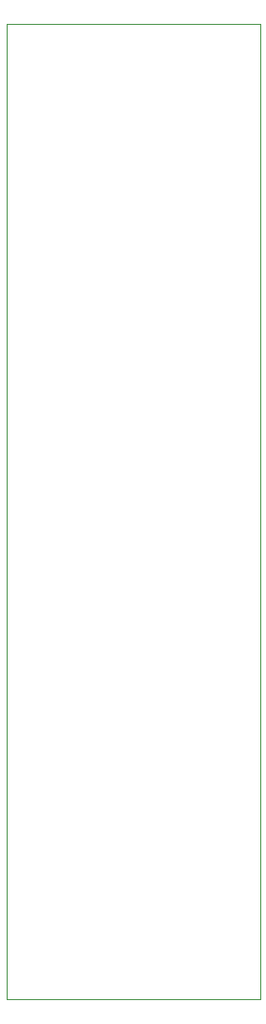
<source format=gbr>
G04 #@! TF.GenerationSoftware,KiCad,Pcbnew,(5.1.5-0-10_14)*
G04 #@! TF.CreationDate,2020-04-30T13:13:03+04:00*
G04 #@! TF.ProjectId,E73-2G4M04S1B-Breakout,4537332d-3247-4344-9d30-345331422d42,A1*
G04 #@! TF.SameCoordinates,Original*
G04 #@! TF.FileFunction,Profile,NP*
%FSLAX46Y46*%
G04 Gerber Fmt 4.6, Leading zero omitted, Abs format (unit mm)*
G04 Created by KiCad (PCBNEW (5.1.5-0-10_14)) date 2020-04-30 13:13:03*
%MOMM*%
%LPD*%
G04 APERTURE LIST*
%ADD10C,0.050000*%
G04 APERTURE END LIST*
D10*
X141500000Y-58750000D02*
X141500000Y-145100000D01*
X164000000Y-58750000D02*
X141500000Y-58750000D01*
X164000000Y-145100000D02*
X164000000Y-58750000D01*
X141500000Y-145100000D02*
X164000000Y-145100000D01*
M02*

</source>
